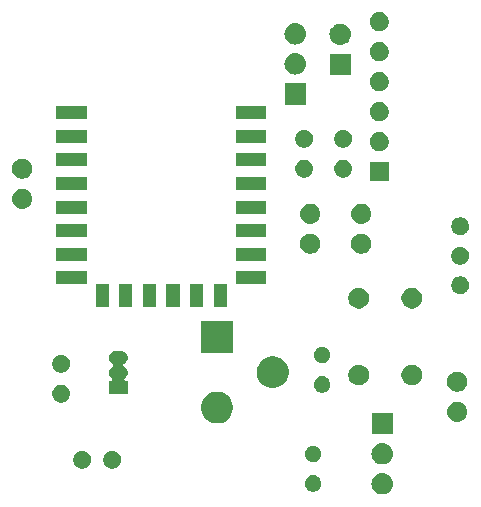
<source format=gts>
G04 #@! TF.GenerationSoftware,KiCad,Pcbnew,(5.1.0)-1*
G04 #@! TF.CreationDate,2019-06-21T08:53:03-04:00*
G04 #@! TF.ProjectId,TempLogger2,54656d70-4c6f-4676-9765-72322e6b6963,rev?*
G04 #@! TF.SameCoordinates,Original*
G04 #@! TF.FileFunction,Soldermask,Top*
G04 #@! TF.FilePolarity,Negative*
%FSLAX46Y46*%
G04 Gerber Fmt 4.6, Leading zero omitted, Abs format (unit mm)*
G04 Created by KiCad (PCBNEW (5.1.0)-1) date 2019-06-21 08:53:03*
%MOMM*%
%LPD*%
G04 APERTURE LIST*
%ADD10C,0.100000*%
G04 APERTURE END LIST*
D10*
G36*
X156585443Y-120402719D02*
G01*
X156651627Y-120409237D01*
X156821466Y-120460757D01*
X156977991Y-120544422D01*
X157013729Y-120573752D01*
X157115186Y-120657014D01*
X157198448Y-120758471D01*
X157227778Y-120794209D01*
X157311443Y-120950734D01*
X157362963Y-121120573D01*
X157380359Y-121297200D01*
X157362963Y-121473827D01*
X157311443Y-121643666D01*
X157227778Y-121800191D01*
X157210945Y-121820702D01*
X157115186Y-121937386D01*
X157013729Y-122020648D01*
X156977991Y-122049978D01*
X156821466Y-122133643D01*
X156651627Y-122185163D01*
X156585443Y-122191681D01*
X156519260Y-122198200D01*
X156430740Y-122198200D01*
X156364557Y-122191681D01*
X156298373Y-122185163D01*
X156128534Y-122133643D01*
X155972009Y-122049978D01*
X155936271Y-122020648D01*
X155834814Y-121937386D01*
X155739055Y-121820702D01*
X155722222Y-121800191D01*
X155638557Y-121643666D01*
X155587037Y-121473827D01*
X155569641Y-121297200D01*
X155587037Y-121120573D01*
X155638557Y-120950734D01*
X155722222Y-120794209D01*
X155751552Y-120758471D01*
X155834814Y-120657014D01*
X155936271Y-120573752D01*
X155972009Y-120544422D01*
X156128534Y-120460757D01*
X156298373Y-120409237D01*
X156364557Y-120402719D01*
X156430740Y-120396200D01*
X156519260Y-120396200D01*
X156585443Y-120402719D01*
X156585443Y-120402719D01*
G37*
G36*
X150837473Y-120602138D02*
G01*
X150965049Y-120654982D01*
X151079859Y-120731695D01*
X151177505Y-120829341D01*
X151254218Y-120944151D01*
X151307062Y-121071727D01*
X151334000Y-121207156D01*
X151334000Y-121345244D01*
X151307062Y-121480673D01*
X151254218Y-121608249D01*
X151177505Y-121723059D01*
X151079859Y-121820705D01*
X150965049Y-121897418D01*
X150837473Y-121950262D01*
X150702044Y-121977200D01*
X150563956Y-121977200D01*
X150428527Y-121950262D01*
X150300951Y-121897418D01*
X150186141Y-121820705D01*
X150088495Y-121723059D01*
X150011782Y-121608249D01*
X149958938Y-121480673D01*
X149932000Y-121345244D01*
X149932000Y-121207156D01*
X149958938Y-121071727D01*
X150011782Y-120944151D01*
X150088495Y-120829341D01*
X150186141Y-120731695D01*
X150300951Y-120654982D01*
X150428527Y-120602138D01*
X150563956Y-120575200D01*
X150702044Y-120575200D01*
X150837473Y-120602138D01*
X150837473Y-120602138D01*
G37*
G36*
X131223073Y-118520784D02*
G01*
X131296392Y-118535368D01*
X131434521Y-118592583D01*
X131434522Y-118592584D01*
X131558831Y-118675644D01*
X131664556Y-118781369D01*
X131726851Y-118874601D01*
X131747617Y-118905679D01*
X131804832Y-119043808D01*
X131834000Y-119190445D01*
X131834000Y-119339955D01*
X131804832Y-119486592D01*
X131747617Y-119624721D01*
X131747616Y-119624722D01*
X131664556Y-119749031D01*
X131558831Y-119854756D01*
X131465599Y-119917051D01*
X131434521Y-119937817D01*
X131296392Y-119995032D01*
X131149756Y-120024200D01*
X131000244Y-120024200D01*
X130853608Y-119995032D01*
X130715479Y-119937817D01*
X130684401Y-119917051D01*
X130591169Y-119854756D01*
X130485444Y-119749031D01*
X130402384Y-119624722D01*
X130402383Y-119624721D01*
X130345168Y-119486592D01*
X130316000Y-119339955D01*
X130316000Y-119190445D01*
X130345168Y-119043808D01*
X130402383Y-118905679D01*
X130423149Y-118874601D01*
X130485444Y-118781369D01*
X130591169Y-118675644D01*
X130715478Y-118592584D01*
X130715479Y-118592583D01*
X130853608Y-118535368D01*
X130926927Y-118520784D01*
X131000244Y-118506200D01*
X131149756Y-118506200D01*
X131223073Y-118520784D01*
X131223073Y-118520784D01*
G37*
G36*
X133763073Y-118520784D02*
G01*
X133836392Y-118535368D01*
X133974521Y-118592583D01*
X133974522Y-118592584D01*
X134098831Y-118675644D01*
X134204556Y-118781369D01*
X134266851Y-118874601D01*
X134287617Y-118905679D01*
X134344832Y-119043808D01*
X134374000Y-119190445D01*
X134374000Y-119339955D01*
X134344832Y-119486592D01*
X134287617Y-119624721D01*
X134287616Y-119624722D01*
X134204556Y-119749031D01*
X134098831Y-119854756D01*
X134005599Y-119917051D01*
X133974521Y-119937817D01*
X133836392Y-119995032D01*
X133689756Y-120024200D01*
X133540244Y-120024200D01*
X133393608Y-119995032D01*
X133255479Y-119937817D01*
X133224401Y-119917051D01*
X133131169Y-119854756D01*
X133025444Y-119749031D01*
X132942384Y-119624722D01*
X132942383Y-119624721D01*
X132885168Y-119486592D01*
X132856000Y-119339955D01*
X132856000Y-119190445D01*
X132885168Y-119043808D01*
X132942383Y-118905679D01*
X132963149Y-118874601D01*
X133025444Y-118781369D01*
X133131169Y-118675644D01*
X133255478Y-118592584D01*
X133255479Y-118592583D01*
X133393608Y-118535368D01*
X133466927Y-118520784D01*
X133540244Y-118506200D01*
X133689756Y-118506200D01*
X133763073Y-118520784D01*
X133763073Y-118520784D01*
G37*
G36*
X156585442Y-117862718D02*
G01*
X156651627Y-117869237D01*
X156821466Y-117920757D01*
X156977991Y-118004422D01*
X157013729Y-118033752D01*
X157115186Y-118117014D01*
X157198448Y-118218471D01*
X157227778Y-118254209D01*
X157311443Y-118410734D01*
X157362963Y-118580573D01*
X157380359Y-118757200D01*
X157362963Y-118933827D01*
X157311443Y-119103666D01*
X157227778Y-119260191D01*
X157198448Y-119295929D01*
X157115186Y-119397386D01*
X157050755Y-119450262D01*
X156977991Y-119509978D01*
X156821466Y-119593643D01*
X156651627Y-119645163D01*
X156585443Y-119651681D01*
X156519260Y-119658200D01*
X156430740Y-119658200D01*
X156364557Y-119651681D01*
X156298373Y-119645163D01*
X156128534Y-119593643D01*
X155972009Y-119509978D01*
X155899245Y-119450262D01*
X155834814Y-119397386D01*
X155751552Y-119295929D01*
X155722222Y-119260191D01*
X155638557Y-119103666D01*
X155587037Y-118933827D01*
X155569641Y-118757200D01*
X155587037Y-118580573D01*
X155638557Y-118410734D01*
X155722222Y-118254209D01*
X155751552Y-118218471D01*
X155834814Y-118117014D01*
X155936271Y-118033752D01*
X155972009Y-118004422D01*
X156128534Y-117920757D01*
X156298373Y-117869237D01*
X156364558Y-117862718D01*
X156430740Y-117856200D01*
X156519260Y-117856200D01*
X156585442Y-117862718D01*
X156585442Y-117862718D01*
G37*
G36*
X150837473Y-118102138D02*
G01*
X150965049Y-118154982D01*
X151079859Y-118231695D01*
X151177505Y-118329341D01*
X151254218Y-118444151D01*
X151307062Y-118571727D01*
X151334000Y-118707156D01*
X151334000Y-118845244D01*
X151307062Y-118980673D01*
X151254218Y-119108249D01*
X151177505Y-119223059D01*
X151079859Y-119320705D01*
X150965049Y-119397418D01*
X150837473Y-119450262D01*
X150702044Y-119477200D01*
X150563956Y-119477200D01*
X150428527Y-119450262D01*
X150300951Y-119397418D01*
X150186141Y-119320705D01*
X150088495Y-119223059D01*
X150011782Y-119108249D01*
X149958938Y-118980673D01*
X149932000Y-118845244D01*
X149932000Y-118707156D01*
X149958938Y-118571727D01*
X150011782Y-118444151D01*
X150088495Y-118329341D01*
X150186141Y-118231695D01*
X150300951Y-118154982D01*
X150428527Y-118102138D01*
X150563956Y-118075200D01*
X150702044Y-118075200D01*
X150837473Y-118102138D01*
X150837473Y-118102138D01*
G37*
G36*
X157376000Y-117118200D02*
G01*
X155574000Y-117118200D01*
X155574000Y-115316200D01*
X157376000Y-115316200D01*
X157376000Y-117118200D01*
X157376000Y-117118200D01*
G37*
G36*
X142899072Y-113552118D02*
G01*
X142940462Y-113569262D01*
X143144939Y-113653959D01*
X143366212Y-113801810D01*
X143554390Y-113989988D01*
X143701938Y-114210807D01*
X143702242Y-114211263D01*
X143804082Y-114457128D01*
X143856000Y-114718137D01*
X143856000Y-114984263D01*
X143804082Y-115245272D01*
X143702242Y-115491137D01*
X143578536Y-115676276D01*
X143554390Y-115712412D01*
X143366212Y-115900590D01*
X143144939Y-116048441D01*
X143144938Y-116048442D01*
X143144937Y-116048442D01*
X142899072Y-116150282D01*
X142638063Y-116202200D01*
X142371937Y-116202200D01*
X142110928Y-116150282D01*
X141865063Y-116048442D01*
X141865062Y-116048442D01*
X141865061Y-116048441D01*
X141643788Y-115900590D01*
X141455610Y-115712412D01*
X141431465Y-115676276D01*
X141307758Y-115491137D01*
X141205918Y-115245272D01*
X141154000Y-114984263D01*
X141154000Y-114718137D01*
X141205918Y-114457128D01*
X141307758Y-114211263D01*
X141308063Y-114210807D01*
X141455610Y-113989988D01*
X141643788Y-113801810D01*
X141865061Y-113653959D01*
X142069539Y-113569262D01*
X142110928Y-113552118D01*
X142371937Y-113500200D01*
X142638063Y-113500200D01*
X142899072Y-113552118D01*
X142899072Y-113552118D01*
G37*
G36*
X162991823Y-114362513D02*
G01*
X163152242Y-114411176D01*
X163238212Y-114457128D01*
X163300078Y-114490196D01*
X163429659Y-114596541D01*
X163536004Y-114726122D01*
X163536005Y-114726124D01*
X163615024Y-114873958D01*
X163663687Y-115034377D01*
X163680117Y-115201200D01*
X163663687Y-115368023D01*
X163615024Y-115528442D01*
X163544114Y-115661106D01*
X163536004Y-115676278D01*
X163429659Y-115805859D01*
X163300078Y-115912204D01*
X163300076Y-115912205D01*
X163152242Y-115991224D01*
X162991823Y-116039887D01*
X162866804Y-116052200D01*
X162783196Y-116052200D01*
X162658177Y-116039887D01*
X162497758Y-115991224D01*
X162349924Y-115912205D01*
X162349922Y-115912204D01*
X162220341Y-115805859D01*
X162113996Y-115676278D01*
X162105886Y-115661106D01*
X162034976Y-115528442D01*
X161986313Y-115368023D01*
X161969883Y-115201200D01*
X161986313Y-115034377D01*
X162034976Y-114873958D01*
X162113995Y-114726124D01*
X162113996Y-114726122D01*
X162220341Y-114596541D01*
X162349922Y-114490196D01*
X162411788Y-114457128D01*
X162497758Y-114411176D01*
X162658177Y-114362513D01*
X162783196Y-114350200D01*
X162866804Y-114350200D01*
X162991823Y-114362513D01*
X162991823Y-114362513D01*
G37*
G36*
X129370665Y-112929822D02*
G01*
X129444222Y-112937067D01*
X129585786Y-112980010D01*
X129716252Y-113049746D01*
X129733982Y-113064297D01*
X129830607Y-113143593D01*
X129899259Y-113227248D01*
X129924454Y-113257948D01*
X129994190Y-113388414D01*
X130037133Y-113529978D01*
X130051633Y-113677200D01*
X130037133Y-113824422D01*
X129994190Y-113965986D01*
X129924454Y-114096452D01*
X129900008Y-114126240D01*
X129830607Y-114210807D01*
X129746040Y-114280208D01*
X129716252Y-114304654D01*
X129585786Y-114374390D01*
X129444222Y-114417333D01*
X129370665Y-114424578D01*
X129333888Y-114428200D01*
X129260112Y-114428200D01*
X129223335Y-114424578D01*
X129149778Y-114417333D01*
X129008214Y-114374390D01*
X128877748Y-114304654D01*
X128847960Y-114280208D01*
X128763393Y-114210807D01*
X128693992Y-114126240D01*
X128669546Y-114096452D01*
X128599810Y-113965986D01*
X128556867Y-113824422D01*
X128542367Y-113677200D01*
X128556867Y-113529978D01*
X128599810Y-113388414D01*
X128669546Y-113257948D01*
X128694741Y-113227248D01*
X128763393Y-113143593D01*
X128860018Y-113064297D01*
X128877748Y-113049746D01*
X129008214Y-112980010D01*
X129149778Y-112937067D01*
X129223335Y-112929822D01*
X129260112Y-112926200D01*
X129333888Y-112926200D01*
X129370665Y-112929822D01*
X129370665Y-112929822D01*
G37*
G36*
X134460916Y-110061534D02*
G01*
X134569492Y-110094471D01*
X134569495Y-110094472D01*
X134605601Y-110113771D01*
X134669557Y-110147956D01*
X134757264Y-110219936D01*
X134829244Y-110307643D01*
X134839140Y-110326158D01*
X134882728Y-110407705D01*
X134882729Y-110407708D01*
X134915666Y-110516284D01*
X134926787Y-110629200D01*
X134915666Y-110742116D01*
X134885348Y-110842059D01*
X134882728Y-110850695D01*
X134863429Y-110886801D01*
X134829244Y-110950757D01*
X134757264Y-111038464D01*
X134669557Y-111110444D01*
X134588141Y-111153961D01*
X134567766Y-111167575D01*
X134550439Y-111184902D01*
X134536826Y-111205276D01*
X134527448Y-111227915D01*
X134522668Y-111251948D01*
X134522668Y-111276452D01*
X134527448Y-111300485D01*
X134536826Y-111323124D01*
X134550440Y-111343499D01*
X134567767Y-111360826D01*
X134588141Y-111374439D01*
X134669557Y-111417956D01*
X134757264Y-111489936D01*
X134829244Y-111577643D01*
X134849710Y-111615933D01*
X134882728Y-111677705D01*
X134882729Y-111677708D01*
X134915666Y-111786284D01*
X134926787Y-111899200D01*
X134915666Y-112012116D01*
X134883327Y-112118720D01*
X134882728Y-112120695D01*
X134863429Y-112156801D01*
X134829244Y-112220757D01*
X134757264Y-112308464D01*
X134680354Y-112371583D01*
X134663035Y-112388902D01*
X134649421Y-112409277D01*
X134640043Y-112431916D01*
X134635263Y-112455949D01*
X134635263Y-112480453D01*
X134640043Y-112504486D01*
X134649421Y-112527125D01*
X134663034Y-112547499D01*
X134680361Y-112564826D01*
X134700736Y-112578440D01*
X134723375Y-112587818D01*
X134747408Y-112592598D01*
X134759660Y-112593200D01*
X134924000Y-112593200D01*
X134924000Y-113745200D01*
X133322000Y-113745200D01*
X133322000Y-112593200D01*
X133486340Y-112593200D01*
X133510726Y-112590798D01*
X133534175Y-112583685D01*
X133555786Y-112572134D01*
X133574728Y-112556589D01*
X133590273Y-112537647D01*
X133601824Y-112516036D01*
X133608937Y-112492587D01*
X133611339Y-112468201D01*
X133608937Y-112443815D01*
X133601824Y-112420366D01*
X133590273Y-112398755D01*
X133574728Y-112379813D01*
X133565655Y-112371591D01*
X133488736Y-112308464D01*
X133416756Y-112220757D01*
X133382571Y-112156801D01*
X133363272Y-112120695D01*
X133362673Y-112118720D01*
X133330334Y-112012116D01*
X133319213Y-111899200D01*
X133330334Y-111786284D01*
X133363271Y-111677708D01*
X133363272Y-111677705D01*
X133396290Y-111615933D01*
X133416756Y-111577643D01*
X133488736Y-111489936D01*
X133576443Y-111417956D01*
X133657859Y-111374439D01*
X133678234Y-111360825D01*
X133695561Y-111343498D01*
X133709174Y-111323124D01*
X133718552Y-111300485D01*
X133723332Y-111276452D01*
X133723332Y-111251948D01*
X133718552Y-111227915D01*
X133709174Y-111205276D01*
X133695560Y-111184901D01*
X133678233Y-111167574D01*
X133657859Y-111153961D01*
X133576443Y-111110444D01*
X133488736Y-111038464D01*
X133416756Y-110950757D01*
X133382571Y-110886801D01*
X133363272Y-110850695D01*
X133360652Y-110842059D01*
X133330334Y-110742116D01*
X133319213Y-110629200D01*
X133330334Y-110516284D01*
X133363271Y-110407708D01*
X133363272Y-110407705D01*
X133406860Y-110326158D01*
X133416756Y-110307643D01*
X133488736Y-110219936D01*
X133576443Y-110147956D01*
X133640399Y-110113771D01*
X133676505Y-110094472D01*
X133676508Y-110094471D01*
X133785084Y-110061534D01*
X133869702Y-110053200D01*
X134376298Y-110053200D01*
X134460916Y-110061534D01*
X134460916Y-110061534D01*
G37*
G36*
X151599473Y-112221138D02*
G01*
X151727049Y-112273982D01*
X151841859Y-112350695D01*
X151939505Y-112448341D01*
X152016218Y-112563151D01*
X152069062Y-112690727D01*
X152096000Y-112826156D01*
X152096000Y-112964244D01*
X152069062Y-113099673D01*
X152016218Y-113227249D01*
X151939505Y-113342059D01*
X151841859Y-113439705D01*
X151727049Y-113516418D01*
X151599473Y-113569262D01*
X151464044Y-113596200D01*
X151325956Y-113596200D01*
X151190527Y-113569262D01*
X151062951Y-113516418D01*
X150948141Y-113439705D01*
X150850495Y-113342059D01*
X150773782Y-113227249D01*
X150720938Y-113099673D01*
X150694000Y-112964244D01*
X150694000Y-112826156D01*
X150720938Y-112690727D01*
X150773782Y-112563151D01*
X150850495Y-112448341D01*
X150948141Y-112350695D01*
X151062951Y-112273982D01*
X151190527Y-112221138D01*
X151325956Y-112194200D01*
X151464044Y-112194200D01*
X151599473Y-112221138D01*
X151599473Y-112221138D01*
G37*
G36*
X163073228Y-111842903D02*
G01*
X163228100Y-111907053D01*
X163367481Y-112000185D01*
X163486015Y-112118719D01*
X163579147Y-112258100D01*
X163643297Y-112412972D01*
X163676000Y-112577384D01*
X163676000Y-112745016D01*
X163643297Y-112909428D01*
X163579147Y-113064300D01*
X163486015Y-113203681D01*
X163367481Y-113322215D01*
X163228100Y-113415347D01*
X163073228Y-113479497D01*
X162908816Y-113512200D01*
X162741184Y-113512200D01*
X162576772Y-113479497D01*
X162421900Y-113415347D01*
X162282519Y-113322215D01*
X162163985Y-113203681D01*
X162070853Y-113064300D01*
X162006703Y-112909428D01*
X161974000Y-112745016D01*
X161974000Y-112577384D01*
X162006703Y-112412972D01*
X162070853Y-112258100D01*
X162163985Y-112118719D01*
X162282519Y-112000185D01*
X162421900Y-111907053D01*
X162576772Y-111842903D01*
X162741184Y-111810200D01*
X162908816Y-111810200D01*
X163073228Y-111842903D01*
X163073228Y-111842903D01*
G37*
G36*
X147599072Y-110552118D02*
G01*
X147785166Y-110629200D01*
X147844939Y-110653959D01*
X147954623Y-110727248D01*
X148066211Y-110801809D01*
X148254391Y-110989989D01*
X148303331Y-111063233D01*
X148384628Y-111184901D01*
X148402242Y-111211263D01*
X148504082Y-111457128D01*
X148556000Y-111718137D01*
X148556000Y-111984263D01*
X148504082Y-112245272D01*
X148419969Y-112448341D01*
X148402241Y-112491139D01*
X148327813Y-112602528D01*
X148254391Y-112712411D01*
X148066211Y-112900591D01*
X148011621Y-112937067D01*
X147844939Y-113048441D01*
X147844938Y-113048442D01*
X147844937Y-113048442D01*
X147599072Y-113150282D01*
X147338063Y-113202200D01*
X147071937Y-113202200D01*
X146810928Y-113150282D01*
X146565063Y-113048442D01*
X146565062Y-113048442D01*
X146565061Y-113048441D01*
X146398379Y-112937067D01*
X146343789Y-112900591D01*
X146155609Y-112712411D01*
X146082187Y-112602528D01*
X146007759Y-112491139D01*
X145990032Y-112448341D01*
X145905918Y-112245272D01*
X145854000Y-111984263D01*
X145854000Y-111718137D01*
X145905918Y-111457128D01*
X146007758Y-111211263D01*
X146025373Y-111184901D01*
X146106669Y-111063233D01*
X146155609Y-110989989D01*
X146343789Y-110801809D01*
X146455377Y-110727248D01*
X146565061Y-110653959D01*
X146624835Y-110629200D01*
X146810928Y-110552118D01*
X147071937Y-110500200D01*
X147338063Y-110500200D01*
X147599072Y-110552118D01*
X147599072Y-110552118D01*
G37*
G36*
X154734520Y-111258864D02*
G01*
X154893942Y-111324899D01*
X155037418Y-111420766D01*
X155159434Y-111542782D01*
X155255301Y-111686258D01*
X155321336Y-111845680D01*
X155355000Y-112014921D01*
X155355000Y-112187479D01*
X155321336Y-112356720D01*
X155255301Y-112516142D01*
X155159434Y-112659618D01*
X155037418Y-112781634D01*
X154893942Y-112877501D01*
X154734520Y-112943536D01*
X154649899Y-112960368D01*
X154565280Y-112977200D01*
X154392720Y-112977200D01*
X154308101Y-112960368D01*
X154223480Y-112943536D01*
X154064058Y-112877501D01*
X153920582Y-112781634D01*
X153798566Y-112659618D01*
X153702699Y-112516142D01*
X153636664Y-112356720D01*
X153603000Y-112187479D01*
X153603000Y-112014921D01*
X153636664Y-111845680D01*
X153702699Y-111686258D01*
X153798566Y-111542782D01*
X153920582Y-111420766D01*
X154064058Y-111324899D01*
X154223480Y-111258864D01*
X154392720Y-111225200D01*
X154565280Y-111225200D01*
X154734520Y-111258864D01*
X154734520Y-111258864D01*
G37*
G36*
X159234520Y-111258864D02*
G01*
X159393942Y-111324899D01*
X159537418Y-111420766D01*
X159659434Y-111542782D01*
X159755301Y-111686258D01*
X159821336Y-111845680D01*
X159855000Y-112014921D01*
X159855000Y-112187479D01*
X159821336Y-112356720D01*
X159755301Y-112516142D01*
X159659434Y-112659618D01*
X159537418Y-112781634D01*
X159393942Y-112877501D01*
X159234520Y-112943536D01*
X159149899Y-112960368D01*
X159065280Y-112977200D01*
X158892720Y-112977200D01*
X158808101Y-112960368D01*
X158723480Y-112943536D01*
X158564058Y-112877501D01*
X158420582Y-112781634D01*
X158298566Y-112659618D01*
X158202699Y-112516142D01*
X158136664Y-112356720D01*
X158103000Y-112187479D01*
X158103000Y-112014921D01*
X158136664Y-111845680D01*
X158202699Y-111686258D01*
X158298566Y-111542782D01*
X158420582Y-111420766D01*
X158564058Y-111324899D01*
X158723480Y-111258864D01*
X158892720Y-111225200D01*
X159065280Y-111225200D01*
X159234520Y-111258864D01*
X159234520Y-111258864D01*
G37*
G36*
X129516059Y-110415060D02*
G01*
X129634800Y-110464244D01*
X129652732Y-110471672D01*
X129775735Y-110553860D01*
X129880340Y-110658465D01*
X129962528Y-110781468D01*
X129962529Y-110781470D01*
X130019140Y-110918141D01*
X130048000Y-111063232D01*
X130048000Y-111211168D01*
X130047981Y-111211263D01*
X130019140Y-111356259D01*
X129962528Y-111492932D01*
X129880340Y-111615935D01*
X129775735Y-111720540D01*
X129652732Y-111802728D01*
X129652731Y-111802729D01*
X129652730Y-111802729D01*
X129516059Y-111859340D01*
X129370968Y-111888200D01*
X129223032Y-111888200D01*
X129077941Y-111859340D01*
X128941270Y-111802729D01*
X128941269Y-111802729D01*
X128941268Y-111802728D01*
X128818265Y-111720540D01*
X128713660Y-111615935D01*
X128631472Y-111492932D01*
X128574860Y-111356259D01*
X128546019Y-111211263D01*
X128546000Y-111211168D01*
X128546000Y-111063232D01*
X128574860Y-110918141D01*
X128631471Y-110781470D01*
X128631472Y-110781468D01*
X128713660Y-110658465D01*
X128818265Y-110553860D01*
X128941268Y-110471672D01*
X128959201Y-110464244D01*
X129077941Y-110415060D01*
X129223032Y-110386200D01*
X129370968Y-110386200D01*
X129516059Y-110415060D01*
X129516059Y-110415060D01*
G37*
G36*
X151599473Y-109721138D02*
G01*
X151727049Y-109773982D01*
X151841859Y-109850695D01*
X151939505Y-109948341D01*
X152016218Y-110063151D01*
X152069062Y-110190727D01*
X152096000Y-110326156D01*
X152096000Y-110464244D01*
X152069062Y-110599673D01*
X152016218Y-110727249D01*
X151939505Y-110842059D01*
X151841859Y-110939705D01*
X151727049Y-111016418D01*
X151599473Y-111069262D01*
X151464044Y-111096200D01*
X151325956Y-111096200D01*
X151190527Y-111069262D01*
X151062951Y-111016418D01*
X150948141Y-110939705D01*
X150850495Y-110842059D01*
X150773782Y-110727249D01*
X150720938Y-110599673D01*
X150694000Y-110464244D01*
X150694000Y-110326156D01*
X150720938Y-110190727D01*
X150773782Y-110063151D01*
X150850495Y-109948341D01*
X150948141Y-109850695D01*
X151062951Y-109773982D01*
X151190527Y-109721138D01*
X151325956Y-109694200D01*
X151464044Y-109694200D01*
X151599473Y-109721138D01*
X151599473Y-109721138D01*
G37*
G36*
X143856000Y-110202200D02*
G01*
X141154000Y-110202200D01*
X141154000Y-107500200D01*
X143856000Y-107500200D01*
X143856000Y-110202200D01*
X143856000Y-110202200D01*
G37*
G36*
X154734520Y-104758864D02*
G01*
X154893942Y-104824899D01*
X155037418Y-104920766D01*
X155159434Y-105042782D01*
X155255301Y-105186258D01*
X155321336Y-105345680D01*
X155355000Y-105514921D01*
X155355000Y-105687479D01*
X155321336Y-105856720D01*
X155255301Y-106016142D01*
X155159434Y-106159618D01*
X155037418Y-106281634D01*
X154893942Y-106377501D01*
X154734520Y-106443536D01*
X154565280Y-106477200D01*
X154392720Y-106477200D01*
X154308101Y-106460368D01*
X154223480Y-106443536D01*
X154064058Y-106377501D01*
X153920582Y-106281634D01*
X153798566Y-106159618D01*
X153702699Y-106016142D01*
X153636664Y-105856720D01*
X153603000Y-105687479D01*
X153603000Y-105514921D01*
X153636664Y-105345680D01*
X153702699Y-105186258D01*
X153798566Y-105042782D01*
X153920582Y-104920766D01*
X154064058Y-104824899D01*
X154223480Y-104758864D01*
X154392720Y-104725200D01*
X154565280Y-104725200D01*
X154734520Y-104758864D01*
X154734520Y-104758864D01*
G37*
G36*
X159234520Y-104758864D02*
G01*
X159393942Y-104824899D01*
X159537418Y-104920766D01*
X159659434Y-105042782D01*
X159755301Y-105186258D01*
X159821336Y-105345680D01*
X159855000Y-105514921D01*
X159855000Y-105687479D01*
X159821336Y-105856720D01*
X159755301Y-106016142D01*
X159659434Y-106159618D01*
X159537418Y-106281634D01*
X159393942Y-106377501D01*
X159234520Y-106443536D01*
X159065280Y-106477200D01*
X158892720Y-106477200D01*
X158808101Y-106460368D01*
X158723480Y-106443536D01*
X158564058Y-106377501D01*
X158420582Y-106281634D01*
X158298566Y-106159618D01*
X158202699Y-106016142D01*
X158136664Y-105856720D01*
X158103000Y-105687479D01*
X158103000Y-105514921D01*
X158136664Y-105345680D01*
X158202699Y-105186258D01*
X158298566Y-105042782D01*
X158420582Y-104920766D01*
X158564058Y-104824899D01*
X158723480Y-104758864D01*
X158892720Y-104725200D01*
X159065280Y-104725200D01*
X159234520Y-104758864D01*
X159234520Y-104758864D01*
G37*
G36*
X135318400Y-106333600D02*
G01*
X134216400Y-106333600D01*
X134216400Y-104431600D01*
X135318400Y-104431600D01*
X135318400Y-106333600D01*
X135318400Y-106333600D01*
G37*
G36*
X137318400Y-106333600D02*
G01*
X136216400Y-106333600D01*
X136216400Y-104431600D01*
X137318400Y-104431600D01*
X137318400Y-106333600D01*
X137318400Y-106333600D01*
G37*
G36*
X139318400Y-106333600D02*
G01*
X138216400Y-106333600D01*
X138216400Y-104431600D01*
X139318400Y-104431600D01*
X139318400Y-106333600D01*
X139318400Y-106333600D01*
G37*
G36*
X141318400Y-106333600D02*
G01*
X140216400Y-106333600D01*
X140216400Y-104431600D01*
X141318400Y-104431600D01*
X141318400Y-106333600D01*
X141318400Y-106333600D01*
G37*
G36*
X143318400Y-106333600D02*
G01*
X142216400Y-106333600D01*
X142216400Y-104431600D01*
X143318400Y-104431600D01*
X143318400Y-106333600D01*
X143318400Y-106333600D01*
G37*
G36*
X133318400Y-106333600D02*
G01*
X132216400Y-106333600D01*
X132216400Y-104431600D01*
X133318400Y-104431600D01*
X133318400Y-106333600D01*
X133318400Y-106333600D01*
G37*
G36*
X163298059Y-103771060D02*
G01*
X163434732Y-103827672D01*
X163557735Y-103909860D01*
X163662340Y-104014465D01*
X163744528Y-104137468D01*
X163801140Y-104274141D01*
X163830000Y-104419233D01*
X163830000Y-104567167D01*
X163801140Y-104712259D01*
X163744528Y-104848932D01*
X163662340Y-104971935D01*
X163557735Y-105076540D01*
X163434732Y-105158728D01*
X163434731Y-105158729D01*
X163434730Y-105158729D01*
X163298059Y-105215340D01*
X163152968Y-105244200D01*
X163005032Y-105244200D01*
X162859941Y-105215340D01*
X162723270Y-105158729D01*
X162723269Y-105158729D01*
X162723268Y-105158728D01*
X162600265Y-105076540D01*
X162495660Y-104971935D01*
X162413472Y-104848932D01*
X162356860Y-104712259D01*
X162328000Y-104567167D01*
X162328000Y-104419233D01*
X162356860Y-104274141D01*
X162413472Y-104137468D01*
X162495660Y-104014465D01*
X162600265Y-103909860D01*
X162723268Y-103827672D01*
X162859941Y-103771060D01*
X163005032Y-103742200D01*
X163152968Y-103742200D01*
X163298059Y-103771060D01*
X163298059Y-103771060D01*
G37*
G36*
X146668400Y-104433600D02*
G01*
X144066400Y-104433600D01*
X144066400Y-103331600D01*
X146668400Y-103331600D01*
X146668400Y-104433600D01*
X146668400Y-104433600D01*
G37*
G36*
X131468400Y-104433600D02*
G01*
X128866400Y-104433600D01*
X128866400Y-103331600D01*
X131468400Y-103331600D01*
X131468400Y-104433600D01*
X131468400Y-104433600D01*
G37*
G36*
X163298059Y-101271060D02*
G01*
X163434732Y-101327672D01*
X163557735Y-101409860D01*
X163662340Y-101514465D01*
X163665825Y-101519681D01*
X163744529Y-101637470D01*
X163801140Y-101774141D01*
X163805388Y-101795495D01*
X163830000Y-101919233D01*
X163830000Y-102067167D01*
X163801140Y-102212259D01*
X163744528Y-102348932D01*
X163662340Y-102471935D01*
X163557735Y-102576540D01*
X163434732Y-102658728D01*
X163434731Y-102658729D01*
X163434730Y-102658729D01*
X163298059Y-102715340D01*
X163152968Y-102744200D01*
X163005032Y-102744200D01*
X162859941Y-102715340D01*
X162723270Y-102658729D01*
X162723269Y-102658729D01*
X162723268Y-102658728D01*
X162600265Y-102576540D01*
X162495660Y-102471935D01*
X162413472Y-102348932D01*
X162356860Y-102212259D01*
X162328000Y-102067167D01*
X162328000Y-101919233D01*
X162352613Y-101795495D01*
X162356860Y-101774141D01*
X162413471Y-101637470D01*
X162492175Y-101519681D01*
X162495660Y-101514465D01*
X162600265Y-101409860D01*
X162723268Y-101327672D01*
X162859941Y-101271060D01*
X163005032Y-101242200D01*
X163152968Y-101242200D01*
X163298059Y-101271060D01*
X163298059Y-101271060D01*
G37*
G36*
X146668400Y-102433600D02*
G01*
X144066400Y-102433600D01*
X144066400Y-101331600D01*
X146668400Y-101331600D01*
X146668400Y-102433600D01*
X146668400Y-102433600D01*
G37*
G36*
X131468400Y-102433600D02*
G01*
X128866400Y-102433600D01*
X128866400Y-101331600D01*
X131468400Y-101331600D01*
X131468400Y-102433600D01*
X131468400Y-102433600D01*
G37*
G36*
X154945228Y-100158903D02*
G01*
X155100100Y-100223053D01*
X155239481Y-100316185D01*
X155358015Y-100434719D01*
X155451147Y-100574100D01*
X155515297Y-100728972D01*
X155548000Y-100893384D01*
X155548000Y-101061016D01*
X155515297Y-101225428D01*
X155451147Y-101380300D01*
X155358015Y-101519681D01*
X155239481Y-101638215D01*
X155100100Y-101731347D01*
X154945228Y-101795497D01*
X154780816Y-101828200D01*
X154613184Y-101828200D01*
X154448772Y-101795497D01*
X154293900Y-101731347D01*
X154154519Y-101638215D01*
X154035985Y-101519681D01*
X153942853Y-101380300D01*
X153878703Y-101225428D01*
X153846000Y-101061016D01*
X153846000Y-100893384D01*
X153878703Y-100728972D01*
X153942853Y-100574100D01*
X154035985Y-100434719D01*
X154154519Y-100316185D01*
X154293900Y-100223053D01*
X154448772Y-100158903D01*
X154613184Y-100126200D01*
X154780816Y-100126200D01*
X154945228Y-100158903D01*
X154945228Y-100158903D01*
G37*
G36*
X150627228Y-100158903D02*
G01*
X150782100Y-100223053D01*
X150921481Y-100316185D01*
X151040015Y-100434719D01*
X151133147Y-100574100D01*
X151197297Y-100728972D01*
X151230000Y-100893384D01*
X151230000Y-101061016D01*
X151197297Y-101225428D01*
X151133147Y-101380300D01*
X151040015Y-101519681D01*
X150921481Y-101638215D01*
X150782100Y-101731347D01*
X150627228Y-101795497D01*
X150462816Y-101828200D01*
X150295184Y-101828200D01*
X150130772Y-101795497D01*
X149975900Y-101731347D01*
X149836519Y-101638215D01*
X149717985Y-101519681D01*
X149624853Y-101380300D01*
X149560703Y-101225428D01*
X149528000Y-101061016D01*
X149528000Y-100893384D01*
X149560703Y-100728972D01*
X149624853Y-100574100D01*
X149717985Y-100434719D01*
X149836519Y-100316185D01*
X149975900Y-100223053D01*
X150130772Y-100158903D01*
X150295184Y-100126200D01*
X150462816Y-100126200D01*
X150627228Y-100158903D01*
X150627228Y-100158903D01*
G37*
G36*
X146668400Y-100433600D02*
G01*
X144066400Y-100433600D01*
X144066400Y-99331600D01*
X146668400Y-99331600D01*
X146668400Y-100433600D01*
X146668400Y-100433600D01*
G37*
G36*
X131468400Y-100433600D02*
G01*
X128866400Y-100433600D01*
X128866400Y-99331600D01*
X131468400Y-99331600D01*
X131468400Y-100433600D01*
X131468400Y-100433600D01*
G37*
G36*
X163298059Y-98771060D02*
G01*
X163434732Y-98827672D01*
X163557735Y-98909860D01*
X163662340Y-99014465D01*
X163662341Y-99014467D01*
X163744529Y-99137470D01*
X163781706Y-99227224D01*
X163801140Y-99274141D01*
X163830000Y-99419233D01*
X163830000Y-99567167D01*
X163801140Y-99712259D01*
X163744528Y-99848932D01*
X163662340Y-99971935D01*
X163557735Y-100076540D01*
X163434732Y-100158728D01*
X163434731Y-100158729D01*
X163434730Y-100158729D01*
X163298059Y-100215340D01*
X163152968Y-100244200D01*
X163005032Y-100244200D01*
X162859941Y-100215340D01*
X162723270Y-100158729D01*
X162723269Y-100158729D01*
X162723268Y-100158728D01*
X162600265Y-100076540D01*
X162495660Y-99971935D01*
X162413472Y-99848932D01*
X162356860Y-99712259D01*
X162328000Y-99567167D01*
X162328000Y-99419233D01*
X162356860Y-99274141D01*
X162376294Y-99227224D01*
X162413471Y-99137470D01*
X162495659Y-99014467D01*
X162495660Y-99014465D01*
X162600265Y-98909860D01*
X162723268Y-98827672D01*
X162859941Y-98771060D01*
X163005032Y-98742200D01*
X163152968Y-98742200D01*
X163298059Y-98771060D01*
X163298059Y-98771060D01*
G37*
G36*
X154863823Y-97598513D02*
G01*
X155024242Y-97647176D01*
X155156906Y-97718086D01*
X155172078Y-97726196D01*
X155301659Y-97832541D01*
X155408004Y-97962122D01*
X155408005Y-97962124D01*
X155487024Y-98109958D01*
X155535687Y-98270377D01*
X155552117Y-98437200D01*
X155535687Y-98604023D01*
X155487024Y-98764442D01*
X155453227Y-98827671D01*
X155408004Y-98912278D01*
X155301659Y-99041859D01*
X155172078Y-99148204D01*
X155172076Y-99148205D01*
X155024242Y-99227224D01*
X154863823Y-99275887D01*
X154738804Y-99288200D01*
X154655196Y-99288200D01*
X154530177Y-99275887D01*
X154369758Y-99227224D01*
X154221924Y-99148205D01*
X154221922Y-99148204D01*
X154092341Y-99041859D01*
X153985996Y-98912278D01*
X153940773Y-98827671D01*
X153906976Y-98764442D01*
X153858313Y-98604023D01*
X153841883Y-98437200D01*
X153858313Y-98270377D01*
X153906976Y-98109958D01*
X153985995Y-97962124D01*
X153985996Y-97962122D01*
X154092341Y-97832541D01*
X154221922Y-97726196D01*
X154237094Y-97718086D01*
X154369758Y-97647176D01*
X154530177Y-97598513D01*
X154655196Y-97586200D01*
X154738804Y-97586200D01*
X154863823Y-97598513D01*
X154863823Y-97598513D01*
G37*
G36*
X150545823Y-97598513D02*
G01*
X150706242Y-97647176D01*
X150838906Y-97718086D01*
X150854078Y-97726196D01*
X150983659Y-97832541D01*
X151090004Y-97962122D01*
X151090005Y-97962124D01*
X151169024Y-98109958D01*
X151217687Y-98270377D01*
X151234117Y-98437200D01*
X151217687Y-98604023D01*
X151169024Y-98764442D01*
X151135227Y-98827671D01*
X151090004Y-98912278D01*
X150983659Y-99041859D01*
X150854078Y-99148204D01*
X150854076Y-99148205D01*
X150706242Y-99227224D01*
X150545823Y-99275887D01*
X150420804Y-99288200D01*
X150337196Y-99288200D01*
X150212177Y-99275887D01*
X150051758Y-99227224D01*
X149903924Y-99148205D01*
X149903922Y-99148204D01*
X149774341Y-99041859D01*
X149667996Y-98912278D01*
X149622773Y-98827671D01*
X149588976Y-98764442D01*
X149540313Y-98604023D01*
X149523883Y-98437200D01*
X149540313Y-98270377D01*
X149588976Y-98109958D01*
X149667995Y-97962124D01*
X149667996Y-97962122D01*
X149774341Y-97832541D01*
X149903922Y-97726196D01*
X149919094Y-97718086D01*
X150051758Y-97647176D01*
X150212177Y-97598513D01*
X150337196Y-97586200D01*
X150420804Y-97586200D01*
X150545823Y-97598513D01*
X150545823Y-97598513D01*
G37*
G36*
X146668400Y-98433600D02*
G01*
X144066400Y-98433600D01*
X144066400Y-97331600D01*
X146668400Y-97331600D01*
X146668400Y-98433600D01*
X146668400Y-98433600D01*
G37*
G36*
X131468400Y-98433600D02*
G01*
X128866400Y-98433600D01*
X128866400Y-97331600D01*
X131468400Y-97331600D01*
X131468400Y-98433600D01*
X131468400Y-98433600D01*
G37*
G36*
X126161823Y-96328513D02*
G01*
X126322242Y-96377176D01*
X126427804Y-96433600D01*
X126470078Y-96456196D01*
X126599659Y-96562541D01*
X126706004Y-96692122D01*
X126706005Y-96692124D01*
X126785024Y-96839958D01*
X126833687Y-97000377D01*
X126850117Y-97167200D01*
X126833687Y-97334023D01*
X126785024Y-97494442D01*
X126735978Y-97586200D01*
X126706004Y-97642278D01*
X126599659Y-97771859D01*
X126470078Y-97878204D01*
X126470076Y-97878205D01*
X126322242Y-97957224D01*
X126161823Y-98005887D01*
X126036804Y-98018200D01*
X125953196Y-98018200D01*
X125828177Y-98005887D01*
X125667758Y-97957224D01*
X125519924Y-97878205D01*
X125519922Y-97878204D01*
X125390341Y-97771859D01*
X125283996Y-97642278D01*
X125254022Y-97586200D01*
X125204976Y-97494442D01*
X125156313Y-97334023D01*
X125139883Y-97167200D01*
X125156313Y-97000377D01*
X125204976Y-96839958D01*
X125283995Y-96692124D01*
X125283996Y-96692122D01*
X125390341Y-96562541D01*
X125519922Y-96456196D01*
X125562196Y-96433600D01*
X125667758Y-96377176D01*
X125828177Y-96328513D01*
X125953196Y-96316200D01*
X126036804Y-96316200D01*
X126161823Y-96328513D01*
X126161823Y-96328513D01*
G37*
G36*
X131468400Y-96433600D02*
G01*
X128866400Y-96433600D01*
X128866400Y-95331600D01*
X131468400Y-95331600D01*
X131468400Y-96433600D01*
X131468400Y-96433600D01*
G37*
G36*
X146668400Y-96433600D02*
G01*
X144066400Y-96433600D01*
X144066400Y-95331600D01*
X146668400Y-95331600D01*
X146668400Y-96433600D01*
X146668400Y-96433600D01*
G37*
G36*
X157034000Y-95694200D02*
G01*
X155408000Y-95694200D01*
X155408000Y-94068200D01*
X157034000Y-94068200D01*
X157034000Y-95694200D01*
X157034000Y-95694200D01*
G37*
G36*
X126243228Y-93808903D02*
G01*
X126398100Y-93873053D01*
X126537481Y-93966185D01*
X126656015Y-94084719D01*
X126749147Y-94224100D01*
X126813297Y-94378972D01*
X126846000Y-94543384D01*
X126846000Y-94711016D01*
X126813297Y-94875428D01*
X126749147Y-95030300D01*
X126656015Y-95169681D01*
X126537481Y-95288215D01*
X126398100Y-95381347D01*
X126243228Y-95445497D01*
X126078816Y-95478200D01*
X125911184Y-95478200D01*
X125746772Y-95445497D01*
X125591900Y-95381347D01*
X125452519Y-95288215D01*
X125333985Y-95169681D01*
X125240853Y-95030300D01*
X125176703Y-94875428D01*
X125144000Y-94711016D01*
X125144000Y-94543384D01*
X125176703Y-94378972D01*
X125240853Y-94224100D01*
X125333985Y-94084719D01*
X125452519Y-93966185D01*
X125591900Y-93873053D01*
X125746772Y-93808903D01*
X125911184Y-93776200D01*
X126078816Y-93776200D01*
X126243228Y-93808903D01*
X126243228Y-93808903D01*
G37*
G36*
X153246665Y-93879822D02*
G01*
X153320222Y-93887067D01*
X153461786Y-93930010D01*
X153592252Y-93999746D01*
X153622040Y-94024192D01*
X153706607Y-94093593D01*
X153776008Y-94178160D01*
X153800454Y-94207948D01*
X153870190Y-94338414D01*
X153913133Y-94479978D01*
X153927633Y-94627200D01*
X153913133Y-94774422D01*
X153870190Y-94915986D01*
X153800454Y-95046452D01*
X153776008Y-95076240D01*
X153706607Y-95160807D01*
X153622040Y-95230208D01*
X153592252Y-95254654D01*
X153461786Y-95324390D01*
X153320222Y-95367333D01*
X153246665Y-95374578D01*
X153209888Y-95378200D01*
X153136112Y-95378200D01*
X153099335Y-95374578D01*
X153025778Y-95367333D01*
X152884214Y-95324390D01*
X152753748Y-95254654D01*
X152723960Y-95230208D01*
X152639393Y-95160807D01*
X152569992Y-95076240D01*
X152545546Y-95046452D01*
X152475810Y-94915986D01*
X152432867Y-94774422D01*
X152418367Y-94627200D01*
X152432867Y-94479978D01*
X152475810Y-94338414D01*
X152545546Y-94207948D01*
X152569992Y-94178160D01*
X152639393Y-94093593D01*
X152723960Y-94024192D01*
X152753748Y-93999746D01*
X152884214Y-93930010D01*
X153025778Y-93887067D01*
X153099335Y-93879822D01*
X153136112Y-93876200D01*
X153209888Y-93876200D01*
X153246665Y-93879822D01*
X153246665Y-93879822D01*
G37*
G36*
X149944665Y-93879822D02*
G01*
X150018222Y-93887067D01*
X150159786Y-93930010D01*
X150290252Y-93999746D01*
X150320040Y-94024192D01*
X150404607Y-94093593D01*
X150474008Y-94178160D01*
X150498454Y-94207948D01*
X150568190Y-94338414D01*
X150611133Y-94479978D01*
X150625633Y-94627200D01*
X150611133Y-94774422D01*
X150568190Y-94915986D01*
X150498454Y-95046452D01*
X150474008Y-95076240D01*
X150404607Y-95160807D01*
X150320040Y-95230208D01*
X150290252Y-95254654D01*
X150159786Y-95324390D01*
X150018222Y-95367333D01*
X149944665Y-95374578D01*
X149907888Y-95378200D01*
X149834112Y-95378200D01*
X149797335Y-95374578D01*
X149723778Y-95367333D01*
X149582214Y-95324390D01*
X149451748Y-95254654D01*
X149421960Y-95230208D01*
X149337393Y-95160807D01*
X149267992Y-95076240D01*
X149243546Y-95046452D01*
X149173810Y-94915986D01*
X149130867Y-94774422D01*
X149116367Y-94627200D01*
X149130867Y-94479978D01*
X149173810Y-94338414D01*
X149243546Y-94207948D01*
X149267992Y-94178160D01*
X149337393Y-94093593D01*
X149421960Y-94024192D01*
X149451748Y-93999746D01*
X149582214Y-93930010D01*
X149723778Y-93887067D01*
X149797335Y-93879822D01*
X149834112Y-93876200D01*
X149907888Y-93876200D01*
X149944665Y-93879822D01*
X149944665Y-93879822D01*
G37*
G36*
X131468400Y-94433600D02*
G01*
X128866400Y-94433600D01*
X128866400Y-93331600D01*
X131468400Y-93331600D01*
X131468400Y-94433600D01*
X131468400Y-94433600D01*
G37*
G36*
X146668400Y-94433600D02*
G01*
X144066400Y-94433600D01*
X144066400Y-93331600D01*
X146668400Y-93331600D01*
X146668400Y-94433600D01*
X146668400Y-94433600D01*
G37*
G36*
X156458142Y-91559442D02*
G01*
X156606101Y-91620729D01*
X156739255Y-91709699D01*
X156852501Y-91822945D01*
X156941471Y-91956099D01*
X157002758Y-92104058D01*
X157034000Y-92261125D01*
X157034000Y-92421275D01*
X157002758Y-92578342D01*
X156941471Y-92726301D01*
X156852501Y-92859455D01*
X156739255Y-92972701D01*
X156606101Y-93061671D01*
X156458142Y-93122958D01*
X156301075Y-93154200D01*
X156140925Y-93154200D01*
X155983858Y-93122958D01*
X155835899Y-93061671D01*
X155702745Y-92972701D01*
X155589499Y-92859455D01*
X155500529Y-92726301D01*
X155439242Y-92578342D01*
X155408000Y-92421275D01*
X155408000Y-92261125D01*
X155439242Y-92104058D01*
X155500529Y-91956099D01*
X155589499Y-91822945D01*
X155702745Y-91709699D01*
X155835899Y-91620729D01*
X155983858Y-91559442D01*
X156140925Y-91528200D01*
X156301075Y-91528200D01*
X156458142Y-91559442D01*
X156458142Y-91559442D01*
G37*
G36*
X153392059Y-91365060D02*
G01*
X153528732Y-91421672D01*
X153651735Y-91503860D01*
X153756340Y-91608465D01*
X153838528Y-91731468D01*
X153838529Y-91731470D01*
X153895140Y-91868141D01*
X153924000Y-92013232D01*
X153924000Y-92161168D01*
X153895140Y-92306259D01*
X153842394Y-92433600D01*
X153838528Y-92442932D01*
X153756340Y-92565935D01*
X153651735Y-92670540D01*
X153528732Y-92752728D01*
X153528731Y-92752729D01*
X153528730Y-92752729D01*
X153392059Y-92809340D01*
X153246968Y-92838200D01*
X153099032Y-92838200D01*
X152953941Y-92809340D01*
X152817270Y-92752729D01*
X152817269Y-92752729D01*
X152817268Y-92752728D01*
X152694265Y-92670540D01*
X152589660Y-92565935D01*
X152507472Y-92442932D01*
X152503607Y-92433600D01*
X152450860Y-92306259D01*
X152422000Y-92161168D01*
X152422000Y-92013232D01*
X152450860Y-91868141D01*
X152507471Y-91731470D01*
X152507472Y-91731468D01*
X152589660Y-91608465D01*
X152694265Y-91503860D01*
X152817268Y-91421672D01*
X152953941Y-91365060D01*
X153099032Y-91336200D01*
X153246968Y-91336200D01*
X153392059Y-91365060D01*
X153392059Y-91365060D01*
G37*
G36*
X150090059Y-91365060D02*
G01*
X150226732Y-91421672D01*
X150349735Y-91503860D01*
X150454340Y-91608465D01*
X150536528Y-91731468D01*
X150536529Y-91731470D01*
X150593140Y-91868141D01*
X150622000Y-92013232D01*
X150622000Y-92161168D01*
X150593140Y-92306259D01*
X150540394Y-92433600D01*
X150536528Y-92442932D01*
X150454340Y-92565935D01*
X150349735Y-92670540D01*
X150226732Y-92752728D01*
X150226731Y-92752729D01*
X150226730Y-92752729D01*
X150090059Y-92809340D01*
X149944968Y-92838200D01*
X149797032Y-92838200D01*
X149651941Y-92809340D01*
X149515270Y-92752729D01*
X149515269Y-92752729D01*
X149515268Y-92752728D01*
X149392265Y-92670540D01*
X149287660Y-92565935D01*
X149205472Y-92442932D01*
X149201607Y-92433600D01*
X149148860Y-92306259D01*
X149120000Y-92161168D01*
X149120000Y-92013232D01*
X149148860Y-91868141D01*
X149205471Y-91731470D01*
X149205472Y-91731468D01*
X149287660Y-91608465D01*
X149392265Y-91503860D01*
X149515268Y-91421672D01*
X149651941Y-91365060D01*
X149797032Y-91336200D01*
X149944968Y-91336200D01*
X150090059Y-91365060D01*
X150090059Y-91365060D01*
G37*
G36*
X131468400Y-92433600D02*
G01*
X128866400Y-92433600D01*
X128866400Y-91331600D01*
X131468400Y-91331600D01*
X131468400Y-92433600D01*
X131468400Y-92433600D01*
G37*
G36*
X146668400Y-92433600D02*
G01*
X144066400Y-92433600D01*
X144066400Y-91331600D01*
X146668400Y-91331600D01*
X146668400Y-92433600D01*
X146668400Y-92433600D01*
G37*
G36*
X156458142Y-89019442D02*
G01*
X156606101Y-89080729D01*
X156739255Y-89169699D01*
X156852501Y-89282945D01*
X156941471Y-89416099D01*
X157002758Y-89564058D01*
X157034000Y-89721125D01*
X157034000Y-89881275D01*
X157002758Y-90038342D01*
X156941471Y-90186301D01*
X156852501Y-90319455D01*
X156739255Y-90432701D01*
X156606101Y-90521671D01*
X156458142Y-90582958D01*
X156301075Y-90614200D01*
X156140925Y-90614200D01*
X155983858Y-90582958D01*
X155835899Y-90521671D01*
X155702745Y-90432701D01*
X155589499Y-90319455D01*
X155500529Y-90186301D01*
X155439242Y-90038342D01*
X155408000Y-89881275D01*
X155408000Y-89721125D01*
X155439242Y-89564058D01*
X155500529Y-89416099D01*
X155589499Y-89282945D01*
X155702745Y-89169699D01*
X155835899Y-89080729D01*
X155983858Y-89019442D01*
X156140925Y-88988200D01*
X156301075Y-88988200D01*
X156458142Y-89019442D01*
X156458142Y-89019442D01*
G37*
G36*
X131468400Y-90433600D02*
G01*
X128866400Y-90433600D01*
X128866400Y-89331600D01*
X131468400Y-89331600D01*
X131468400Y-90433600D01*
X131468400Y-90433600D01*
G37*
G36*
X146668400Y-90433600D02*
G01*
X144066400Y-90433600D01*
X144066400Y-89331600D01*
X146668400Y-89331600D01*
X146668400Y-90433600D01*
X146668400Y-90433600D01*
G37*
G36*
X150010000Y-89195201D02*
G01*
X148208000Y-89195201D01*
X148208000Y-87393201D01*
X150010000Y-87393201D01*
X150010000Y-89195201D01*
X150010000Y-89195201D01*
G37*
G36*
X156458142Y-86479442D02*
G01*
X156606101Y-86540729D01*
X156739255Y-86629699D01*
X156852501Y-86742945D01*
X156941471Y-86876099D01*
X157002758Y-87024058D01*
X157034000Y-87181125D01*
X157034000Y-87341275D01*
X157002758Y-87498342D01*
X156941471Y-87646301D01*
X156852501Y-87779455D01*
X156739255Y-87892701D01*
X156606101Y-87981671D01*
X156458142Y-88042958D01*
X156301075Y-88074200D01*
X156140925Y-88074200D01*
X155983858Y-88042958D01*
X155835899Y-87981671D01*
X155702745Y-87892701D01*
X155589499Y-87779455D01*
X155500529Y-87646301D01*
X155439242Y-87498342D01*
X155408000Y-87341275D01*
X155408000Y-87181125D01*
X155439242Y-87024058D01*
X155500529Y-86876099D01*
X155589499Y-86742945D01*
X155702745Y-86629699D01*
X155835899Y-86540729D01*
X155983858Y-86479442D01*
X156140925Y-86448200D01*
X156301075Y-86448200D01*
X156458142Y-86479442D01*
X156458142Y-86479442D01*
G37*
G36*
X153820000Y-86695201D02*
G01*
X152018000Y-86695201D01*
X152018000Y-84893201D01*
X153820000Y-84893201D01*
X153820000Y-86695201D01*
X153820000Y-86695201D01*
G37*
G36*
X149219443Y-84859720D02*
G01*
X149285627Y-84866238D01*
X149455466Y-84917758D01*
X149611991Y-85001423D01*
X149647729Y-85030753D01*
X149749186Y-85114015D01*
X149832448Y-85215472D01*
X149861778Y-85251210D01*
X149861779Y-85251212D01*
X149916027Y-85352701D01*
X149945443Y-85407735D01*
X149996963Y-85577574D01*
X150014359Y-85754201D01*
X149996963Y-85930828D01*
X149945443Y-86100667D01*
X149861778Y-86257192D01*
X149832448Y-86292930D01*
X149749186Y-86394387D01*
X149647729Y-86477649D01*
X149611991Y-86506979D01*
X149455466Y-86590644D01*
X149285627Y-86642164D01*
X149219442Y-86648683D01*
X149153260Y-86655201D01*
X149064740Y-86655201D01*
X148998558Y-86648683D01*
X148932373Y-86642164D01*
X148762534Y-86590644D01*
X148606009Y-86506979D01*
X148570271Y-86477649D01*
X148468814Y-86394387D01*
X148385552Y-86292930D01*
X148356222Y-86257192D01*
X148272557Y-86100667D01*
X148221037Y-85930828D01*
X148203641Y-85754201D01*
X148221037Y-85577574D01*
X148272557Y-85407735D01*
X148301974Y-85352701D01*
X148356221Y-85251212D01*
X148356222Y-85251210D01*
X148385552Y-85215472D01*
X148468814Y-85114015D01*
X148570271Y-85030753D01*
X148606009Y-85001423D01*
X148762534Y-84917758D01*
X148932373Y-84866238D01*
X148998557Y-84859720D01*
X149064740Y-84853201D01*
X149153260Y-84853201D01*
X149219443Y-84859720D01*
X149219443Y-84859720D01*
G37*
G36*
X156458142Y-83939442D02*
G01*
X156606101Y-84000729D01*
X156739255Y-84089699D01*
X156852501Y-84202945D01*
X156941471Y-84336099D01*
X157002758Y-84484058D01*
X157034000Y-84641125D01*
X157034000Y-84801275D01*
X157002758Y-84958342D01*
X156941471Y-85106301D01*
X156852501Y-85239455D01*
X156739255Y-85352701D01*
X156606101Y-85441671D01*
X156458142Y-85502958D01*
X156301075Y-85534200D01*
X156140925Y-85534200D01*
X155983858Y-85502958D01*
X155835899Y-85441671D01*
X155702745Y-85352701D01*
X155589499Y-85239455D01*
X155500529Y-85106301D01*
X155439242Y-84958342D01*
X155408000Y-84801275D01*
X155408000Y-84641125D01*
X155439242Y-84484058D01*
X155500529Y-84336099D01*
X155589499Y-84202945D01*
X155702745Y-84089699D01*
X155835899Y-84000729D01*
X155983858Y-83939442D01*
X156140925Y-83908200D01*
X156301075Y-83908200D01*
X156458142Y-83939442D01*
X156458142Y-83939442D01*
G37*
G36*
X153029443Y-82359720D02*
G01*
X153095627Y-82366238D01*
X153265466Y-82417758D01*
X153265468Y-82417759D01*
X153343728Y-82459590D01*
X153421991Y-82501423D01*
X153457729Y-82530753D01*
X153559186Y-82614015D01*
X153629305Y-82699457D01*
X153671778Y-82751210D01*
X153755443Y-82907735D01*
X153806963Y-83077574D01*
X153824359Y-83254201D01*
X153806963Y-83430828D01*
X153755443Y-83600667D01*
X153671778Y-83757192D01*
X153642448Y-83792930D01*
X153559186Y-83894387D01*
X153470731Y-83966979D01*
X153421991Y-84006979D01*
X153265466Y-84090644D01*
X153095627Y-84142164D01*
X153029443Y-84148682D01*
X152963260Y-84155201D01*
X152874740Y-84155201D01*
X152808557Y-84148682D01*
X152742373Y-84142164D01*
X152572534Y-84090644D01*
X152416009Y-84006979D01*
X152367269Y-83966979D01*
X152278814Y-83894387D01*
X152195552Y-83792930D01*
X152166222Y-83757192D01*
X152082557Y-83600667D01*
X152031037Y-83430828D01*
X152013641Y-83254201D01*
X152031037Y-83077574D01*
X152082557Y-82907735D01*
X152166222Y-82751210D01*
X152208695Y-82699457D01*
X152278814Y-82614015D01*
X152380271Y-82530753D01*
X152416009Y-82501423D01*
X152494271Y-82459591D01*
X152572532Y-82417759D01*
X152572534Y-82417758D01*
X152742373Y-82366238D01*
X152808557Y-82359720D01*
X152874740Y-82353201D01*
X152963260Y-82353201D01*
X153029443Y-82359720D01*
X153029443Y-82359720D01*
G37*
G36*
X149219442Y-82319719D02*
G01*
X149285627Y-82326238D01*
X149455466Y-82377758D01*
X149611991Y-82461423D01*
X149647729Y-82490753D01*
X149749186Y-82574015D01*
X149832448Y-82675472D01*
X149861778Y-82711210D01*
X149861779Y-82711212D01*
X149916027Y-82812701D01*
X149945443Y-82867735D01*
X149996963Y-83037574D01*
X150014359Y-83214201D01*
X149996963Y-83390828D01*
X149945443Y-83560667D01*
X149861778Y-83717192D01*
X149832448Y-83752930D01*
X149749186Y-83854387D01*
X149647729Y-83937649D01*
X149611991Y-83966979D01*
X149455466Y-84050644D01*
X149285627Y-84102164D01*
X149219443Y-84108682D01*
X149153260Y-84115201D01*
X149064740Y-84115201D01*
X148998557Y-84108682D01*
X148932373Y-84102164D01*
X148762534Y-84050644D01*
X148606009Y-83966979D01*
X148570271Y-83937649D01*
X148468814Y-83854387D01*
X148385552Y-83752930D01*
X148356222Y-83717192D01*
X148272557Y-83560667D01*
X148221037Y-83390828D01*
X148203641Y-83214201D01*
X148221037Y-83037574D01*
X148272557Y-82867735D01*
X148301974Y-82812701D01*
X148356221Y-82711212D01*
X148356222Y-82711210D01*
X148385552Y-82675472D01*
X148468814Y-82574015D01*
X148570271Y-82490753D01*
X148606009Y-82461423D01*
X148762534Y-82377758D01*
X148932373Y-82326238D01*
X148998558Y-82319719D01*
X149064740Y-82313201D01*
X149153260Y-82313201D01*
X149219442Y-82319719D01*
X149219442Y-82319719D01*
G37*
G36*
X156458142Y-81399442D02*
G01*
X156606101Y-81460729D01*
X156739255Y-81549699D01*
X156852501Y-81662945D01*
X156941471Y-81796099D01*
X157002758Y-81944058D01*
X157034000Y-82101125D01*
X157034000Y-82261275D01*
X157002758Y-82418342D01*
X156941471Y-82566301D01*
X156852501Y-82699455D01*
X156739255Y-82812701D01*
X156606101Y-82901671D01*
X156458142Y-82962958D01*
X156301075Y-82994200D01*
X156140925Y-82994200D01*
X155983858Y-82962958D01*
X155835899Y-82901671D01*
X155702745Y-82812701D01*
X155589499Y-82699455D01*
X155500529Y-82566301D01*
X155439242Y-82418342D01*
X155408000Y-82261275D01*
X155408000Y-82101125D01*
X155439242Y-81944058D01*
X155500529Y-81796099D01*
X155589499Y-81662945D01*
X155702745Y-81549699D01*
X155835899Y-81460729D01*
X155983858Y-81399442D01*
X156140925Y-81368200D01*
X156301075Y-81368200D01*
X156458142Y-81399442D01*
X156458142Y-81399442D01*
G37*
M02*

</source>
